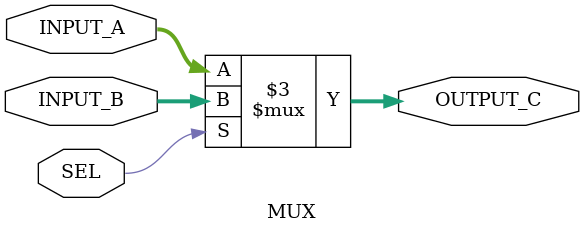
<source format=v>
/******************************************************************************
* Module: Private - MUX Block 
*
* File Name: Adder.v
*
* Description: implement a parameterized 2X1 MUX.
*
* Author: Mohamed A. Eladawy
*
*******************************************************************************/
//********************Port Declaration*************************//

module MUX  #(

parameter Data_Size_A = 32 ,                                //initialize a parameter variable with value 32 
parameter Data_Size_B = 32 ,                                //initialize a parameter variable with value 32 
parameter Data_Size_C = 32 )                                //initialize a parameter variable with value 32 

(
  
input wire [Data_Size_A-1 :0]              INPUT_A  , //Declaring the Variable As an Input Port with Width 32 bits
input wire [Data_Size_B-1 :0]              INPUT_B  , //Declaring the Variable As an Input Port with Width 32 bits
input wire                                 SEL      , //Declaring the Variable As an Input Port with Width 1 bit
output reg [Data_Size_C-1 :0]              OUTPUT_C   //Declaring the Variable As an Output Port with Width 32 bits
  
);

                   
//*************************** The RTL Code *****************************//
//**************** Starting Combinational Always Block *****************//

always @ (*)

begin 

 if (SEL)                     //Check If the Selction Line Is equal to one or zero to decide the output
   
   begin 
     
      OUTPUT_C = INPUT_B  ;   //The Output Is equal to the Seconed Input   
     
   end 
   
else
  
  begin 
    
    OUTPUT_C = INPUT_A  ;   //The Output Is equal to the First Input   
    
  end 
 
end 

//**********************************************************************//

endmodule    


</source>
